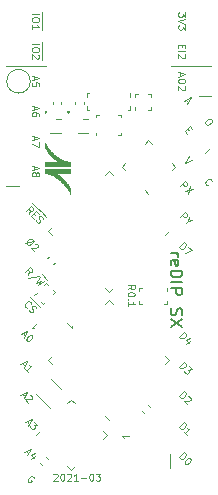
<source format=gbr>
G04 #@! TF.GenerationSoftware,KiCad,Pcbnew,5.1.9-1.fc33*
G04 #@! TF.CreationDate,2021-03-04T22:32:10+01:00*
G04 #@! TF.ProjectId,reDIP-SX,72654449-502d-4535-982e-6b696361645f,0.1*
G04 #@! TF.SameCoordinates,PX5e28010PY8011a50*
G04 #@! TF.FileFunction,Legend,Top*
G04 #@! TF.FilePolarity,Positive*
%FSLAX46Y46*%
G04 Gerber Fmt 4.6, Leading zero omitted, Abs format (unit mm)*
G04 Created by KiCad (PCBNEW 5.1.9-1.fc33) date 2021-03-04 22:32:10*
%MOMM*%
%LPD*%
G01*
G04 APERTURE LIST*
%ADD10C,0.120000*%
%ADD11C,0.200000*%
%ADD12C,0.100000*%
G04 APERTURE END LIST*
D10*
X17289796Y25477158D02*
X17249390Y25477158D01*
X17168578Y25517564D01*
X17128172Y25557970D01*
X17087766Y25638782D01*
X17087766Y25719594D01*
X17107969Y25780204D01*
X17168578Y25881219D01*
X17229187Y25941828D01*
X17330203Y26002437D01*
X17390812Y26022640D01*
X17471624Y26022640D01*
X17552436Y25982234D01*
X17592842Y25941828D01*
X17633248Y25861016D01*
X17633248Y25820610D01*
X10508571Y16658572D02*
X10794285Y16858572D01*
X10508571Y17001429D02*
X11108571Y17001429D01*
X11108571Y16772858D01*
X11080000Y16715715D01*
X11051428Y16687143D01*
X10994285Y16658572D01*
X10908571Y16658572D01*
X10851428Y16687143D01*
X10822857Y16715715D01*
X10794285Y16772858D01*
X10794285Y17001429D01*
X11108571Y16287143D02*
X11108571Y16230000D01*
X11080000Y16172858D01*
X11051428Y16144286D01*
X10994285Y16115715D01*
X10880000Y16087143D01*
X10737142Y16087143D01*
X10622857Y16115715D01*
X10565714Y16144286D01*
X10537142Y16172858D01*
X10508571Y16230000D01*
X10508571Y16287143D01*
X10537142Y16344286D01*
X10565714Y16372858D01*
X10622857Y16401429D01*
X10737142Y16430000D01*
X10880000Y16430000D01*
X10994285Y16401429D01*
X11051428Y16372858D01*
X11080000Y16344286D01*
X11108571Y16287143D01*
X10565714Y15830000D02*
X10537142Y15801429D01*
X10508571Y15830000D01*
X10537142Y15858572D01*
X10565714Y15830000D01*
X10508571Y15830000D01*
X10508571Y15230000D02*
X10508571Y15572858D01*
X10508571Y15401429D02*
X11108571Y15401429D01*
X11022857Y15458572D01*
X10965714Y15515715D01*
X10937142Y15572858D01*
X4228571Y1011429D02*
X4257142Y1040000D01*
X4314285Y1068572D01*
X4457142Y1068572D01*
X4514285Y1040000D01*
X4542857Y1011429D01*
X4571428Y954286D01*
X4571428Y897143D01*
X4542857Y811429D01*
X4200000Y468572D01*
X4571428Y468572D01*
X4942857Y1068572D02*
X5000000Y1068572D01*
X5057142Y1040000D01*
X5085714Y1011429D01*
X5114285Y954286D01*
X5142857Y840000D01*
X5142857Y697143D01*
X5114285Y582858D01*
X5085714Y525715D01*
X5057142Y497143D01*
X5000000Y468572D01*
X4942857Y468572D01*
X4885714Y497143D01*
X4857142Y525715D01*
X4828571Y582858D01*
X4800000Y697143D01*
X4800000Y840000D01*
X4828571Y954286D01*
X4857142Y1011429D01*
X4885714Y1040000D01*
X4942857Y1068572D01*
X5371428Y1011429D02*
X5400000Y1040000D01*
X5457142Y1068572D01*
X5600000Y1068572D01*
X5657142Y1040000D01*
X5685714Y1011429D01*
X5714285Y954286D01*
X5714285Y897143D01*
X5685714Y811429D01*
X5342857Y468572D01*
X5714285Y468572D01*
X6285714Y468572D02*
X5942857Y468572D01*
X6114285Y468572D02*
X6114285Y1068572D01*
X6057142Y982858D01*
X6000000Y925715D01*
X5942857Y897143D01*
X6542857Y697143D02*
X7000000Y697143D01*
X7400000Y1068572D02*
X7457142Y1068572D01*
X7514285Y1040000D01*
X7542857Y1011429D01*
X7571428Y954286D01*
X7600000Y840000D01*
X7600000Y697143D01*
X7571428Y582858D01*
X7542857Y525715D01*
X7514285Y497143D01*
X7457142Y468572D01*
X7400000Y468572D01*
X7342857Y497143D01*
X7314285Y525715D01*
X7285714Y582858D01*
X7257142Y697143D01*
X7257142Y840000D01*
X7285714Y954286D01*
X7314285Y1011429D01*
X7342857Y1040000D01*
X7400000Y1068572D01*
X7800000Y1068572D02*
X8171428Y1068572D01*
X7971428Y840000D01*
X8057142Y840000D01*
X8114285Y811429D01*
X8142857Y782858D01*
X8171428Y725715D01*
X8171428Y582858D01*
X8142857Y525715D01*
X8114285Y497143D01*
X8057142Y468572D01*
X7885714Y468572D01*
X7828571Y497143D01*
X7800000Y525715D01*
X1596243Y7812336D02*
X1798274Y7610305D01*
X1434619Y7731523D02*
X2000304Y8014366D01*
X1717461Y7448681D01*
X2222538Y7711320D02*
X2262944Y7711320D01*
X2323553Y7691117D01*
X2424568Y7590102D01*
X2444771Y7529493D01*
X2444771Y7489087D01*
X2424568Y7428478D01*
X2384162Y7388072D01*
X2303350Y7347665D01*
X1818477Y7347665D01*
X2081116Y7085026D01*
X1966243Y5502336D02*
X2168274Y5300305D01*
X1804619Y5421523D02*
X2370304Y5704366D01*
X2087461Y5138681D01*
X2612741Y5461929D02*
X2875380Y5199290D01*
X2572335Y5179087D01*
X2632944Y5118478D01*
X2653147Y5057868D01*
X2653147Y5017462D01*
X2632944Y4956853D01*
X2531928Y4855838D01*
X2471319Y4835635D01*
X2430913Y4835635D01*
X2370304Y4855838D01*
X2249086Y4977056D01*
X2228883Y5037665D01*
X2228883Y5078072D01*
X1596243Y10412336D02*
X1798274Y10210305D01*
X1434619Y10331523D02*
X2000304Y10614366D01*
X1717461Y10048681D01*
X2081116Y9685026D02*
X1838680Y9927462D01*
X1959898Y9806244D02*
X2384162Y10230508D01*
X2283147Y10210305D01*
X2202335Y10210305D01*
X2141725Y10230508D01*
X14874923Y12651219D02*
X15299187Y13075483D01*
X15400203Y12974468D01*
X15440609Y12893655D01*
X15440609Y12812843D01*
X15420406Y12752234D01*
X15359796Y12651219D01*
X15299187Y12590610D01*
X15198172Y12530000D01*
X15137563Y12509797D01*
X15056751Y12509797D01*
X14975938Y12550204D01*
X14874923Y12651219D01*
X15763857Y12327970D02*
X15481015Y12045127D01*
X15824467Y12590610D02*
X15420406Y12388579D01*
X15683045Y12125939D01*
X14864923Y10121219D02*
X15289187Y10545483D01*
X15390203Y10444468D01*
X15430609Y10363655D01*
X15430609Y10282843D01*
X15410406Y10222234D01*
X15349796Y10121219D01*
X15289187Y10060610D01*
X15188172Y10000000D01*
X15127563Y9979797D01*
X15046751Y9979797D01*
X14965938Y10020204D01*
X14864923Y10121219D01*
X15673045Y10161625D02*
X15935685Y9898985D01*
X15632639Y9878782D01*
X15693248Y9818173D01*
X15713451Y9757564D01*
X15713451Y9717158D01*
X15693248Y9656549D01*
X15592233Y9555533D01*
X15531624Y9535330D01*
X15491218Y9535330D01*
X15430609Y9555533D01*
X15309390Y9676752D01*
X15289187Y9737361D01*
X15289187Y9777767D01*
X14854923Y7631219D02*
X15279187Y8055483D01*
X15380203Y7954468D01*
X15420609Y7873655D01*
X15420609Y7792843D01*
X15400406Y7732234D01*
X15339796Y7631219D01*
X15279187Y7570610D01*
X15178172Y7510000D01*
X15117563Y7489797D01*
X15036751Y7489797D01*
X14955938Y7530204D01*
X14854923Y7631219D01*
X15642842Y7611016D02*
X15683248Y7611016D01*
X15743857Y7590813D01*
X15844873Y7489797D01*
X15865076Y7429188D01*
X15865076Y7388782D01*
X15844873Y7328173D01*
X15804467Y7287767D01*
X15723654Y7247361D01*
X15238781Y7247361D01*
X15501421Y6984721D01*
X14844923Y4991219D02*
X15269187Y5415483D01*
X15370203Y5314468D01*
X15410609Y5233655D01*
X15410609Y5152843D01*
X15390406Y5092234D01*
X15329796Y4991219D01*
X15269187Y4930610D01*
X15168172Y4870000D01*
X15107563Y4849797D01*
X15026751Y4849797D01*
X14945938Y4890204D01*
X14844923Y4991219D01*
X15491421Y4344721D02*
X15248984Y4587158D01*
X15370203Y4465939D02*
X15794467Y4890204D01*
X15693451Y4870000D01*
X15612639Y4870000D01*
X15552030Y4890204D01*
X2419687Y23991871D02*
X2843951Y23567607D01*
X2155431Y23040711D02*
X2216040Y23384163D01*
X1912994Y23283148D02*
X2337258Y23707412D01*
X2498883Y23545787D01*
X2519086Y23485178D01*
X2519086Y23444772D01*
X2498883Y23384163D01*
X2438274Y23323554D01*
X2377664Y23303351D01*
X2337258Y23303351D01*
X2276649Y23323554D01*
X2115025Y23485178D01*
X2843951Y23567607D02*
X3227809Y23183749D01*
X2559492Y23081117D02*
X2700913Y22939696D01*
X2539289Y22656853D02*
X2337258Y22858884D01*
X2761522Y23283148D01*
X2963553Y23081117D01*
X3227809Y23183749D02*
X3631870Y22779688D01*
X2721116Y22515432D02*
X2761522Y22434620D01*
X2862538Y22333604D01*
X2923147Y22313401D01*
X2963553Y22313401D01*
X3024162Y22333604D01*
X3064568Y22374010D01*
X3084771Y22434620D01*
X3084771Y22475026D01*
X3064568Y22535635D01*
X3003959Y22636650D01*
X2983756Y22697259D01*
X2983756Y22737665D01*
X3003959Y22798275D01*
X3044365Y22838681D01*
X3104974Y22858884D01*
X3145380Y22858884D01*
X3205990Y22838681D01*
X3307005Y22737665D01*
X3347411Y22656853D01*
X2601928Y20732742D02*
X1854416Y20631726D01*
X1975634Y20510508D02*
X1955431Y20571117D01*
X1955431Y20651929D01*
X2016040Y20752945D01*
X2157461Y20894366D01*
X2258477Y20954975D01*
X2339289Y20954975D01*
X2399898Y20934772D01*
X2480710Y20853960D01*
X2500913Y20793351D01*
X2500913Y20712539D01*
X2440304Y20611523D01*
X2298883Y20470102D01*
X2197867Y20409493D01*
X2117055Y20409493D01*
X2056446Y20429696D01*
X1975634Y20510508D01*
X2702944Y20550914D02*
X2743350Y20550914D01*
X2803959Y20530711D01*
X2904974Y20429696D01*
X2925177Y20369087D01*
X2925177Y20328681D01*
X2904974Y20268072D01*
X2864568Y20227665D01*
X2783756Y20187259D01*
X2298883Y20187259D01*
X2561522Y19924620D01*
X2084720Y17881422D02*
X2145329Y18224874D01*
X1842284Y18123858D02*
X2266548Y18548123D01*
X2428172Y18386498D01*
X2448375Y18325889D01*
X2448375Y18285483D01*
X2428172Y18224874D01*
X2367563Y18164265D01*
X2306954Y18144062D01*
X2266548Y18144062D01*
X2205938Y18164265D01*
X2044314Y18325889D01*
X3014061Y17841016D02*
X2104923Y17659188D01*
X3217707Y17963850D02*
X3702580Y17478977D01*
X3094873Y17719797D02*
X2771624Y17194518D01*
X3155482Y17416752D01*
X2933248Y17032894D01*
X3458528Y17356143D01*
X2231616Y16029942D02*
X2655880Y15605678D01*
X2007766Y15119188D02*
X1967360Y15119188D01*
X1886548Y15159594D01*
X1846142Y15200000D01*
X1805735Y15280813D01*
X1805735Y15361625D01*
X1825938Y15422234D01*
X1886548Y15523249D01*
X1947157Y15583858D01*
X2048172Y15644468D01*
X2108781Y15664671D01*
X2189593Y15664671D01*
X2270406Y15624265D01*
X2310812Y15583858D01*
X2351218Y15503046D01*
X2351218Y15462640D01*
X2655880Y15605678D02*
X3059941Y15201617D01*
X2149187Y14937361D02*
X2189593Y14856549D01*
X2290609Y14755533D01*
X2351218Y14735330D01*
X2391624Y14735330D01*
X2452233Y14755533D01*
X2492639Y14795939D01*
X2512842Y14856549D01*
X2512842Y14896955D01*
X2492639Y14957564D01*
X2432030Y15058579D01*
X2411827Y15119188D01*
X2411827Y15159594D01*
X2432030Y15220204D01*
X2472436Y15260610D01*
X2533045Y15280813D01*
X2573451Y15280813D01*
X2634061Y15260610D01*
X2735076Y15159594D01*
X2775482Y15078782D01*
X1616243Y12932336D02*
X1818274Y12730305D01*
X1454619Y12851523D02*
X2020304Y13134366D01*
X1737461Y12568681D01*
X2383959Y12770711D02*
X2424365Y12730305D01*
X2444568Y12669696D01*
X2444568Y12629290D01*
X2424365Y12568681D01*
X2363756Y12467665D01*
X2262741Y12366650D01*
X2161725Y12306041D01*
X2101116Y12285838D01*
X2060710Y12285838D01*
X2000101Y12306041D01*
X1959695Y12346447D01*
X1939492Y12407056D01*
X1939492Y12447462D01*
X1959695Y12508072D01*
X2020304Y12609087D01*
X2121319Y12710102D01*
X2222335Y12770711D01*
X2282944Y12790914D01*
X2323350Y12790914D01*
X2383959Y12770711D01*
X1906243Y2982336D02*
X2108274Y2780305D01*
X1744619Y2901523D02*
X2310304Y3184366D01*
X2027461Y2618681D01*
X2633553Y2578275D02*
X2350710Y2295432D01*
X2694162Y2840914D02*
X2290101Y2638884D01*
X2552741Y2376244D01*
X14854923Y2461219D02*
X15279187Y2885483D01*
X15380203Y2784468D01*
X15420609Y2703655D01*
X15420609Y2622843D01*
X15400406Y2562234D01*
X15339796Y2461219D01*
X15279187Y2400610D01*
X15178172Y2340000D01*
X15117563Y2319797D01*
X15036751Y2319797D01*
X14955938Y2360204D01*
X14854923Y2461219D01*
X15784264Y2380407D02*
X15824670Y2340000D01*
X15844873Y2279391D01*
X15844873Y2238985D01*
X15824670Y2178376D01*
X15764061Y2077361D01*
X15663045Y1976346D01*
X15562030Y1915736D01*
X15501421Y1895533D01*
X15461015Y1895533D01*
X15400406Y1915736D01*
X15360000Y1956143D01*
X15339796Y2016752D01*
X15339796Y2057158D01*
X15360000Y2117767D01*
X15420609Y2218782D01*
X15521624Y2319797D01*
X15622639Y2380407D01*
X15683248Y2400610D01*
X15723654Y2400610D01*
X15784264Y2380407D01*
X14844923Y20241219D02*
X15269187Y20665483D01*
X15370203Y20564468D01*
X15410609Y20483655D01*
X15410609Y20402843D01*
X15390406Y20342234D01*
X15329796Y20241219D01*
X15269187Y20180610D01*
X15168172Y20120000D01*
X15107563Y20099797D01*
X15026751Y20099797D01*
X14945938Y20140204D01*
X14844923Y20241219D01*
X15653045Y20281625D02*
X15935888Y19998782D01*
X15329796Y19756346D01*
X14915126Y22761016D02*
X15339390Y23185280D01*
X15501015Y23023655D01*
X15521218Y22963046D01*
X15521218Y22922640D01*
X15501015Y22862031D01*
X15440406Y22801422D01*
X15379796Y22781219D01*
X15339390Y22781219D01*
X15278781Y22801422D01*
X15117157Y22963046D01*
X15622233Y22457970D02*
X15420203Y22255939D01*
X15703045Y22821625D02*
X15622233Y22457970D01*
X15985888Y22538782D01*
X14954923Y25401219D02*
X15379187Y25825483D01*
X15540812Y25663858D01*
X15561015Y25603249D01*
X15561015Y25562843D01*
X15540812Y25502234D01*
X15480203Y25441625D01*
X15419593Y25421422D01*
X15379187Y25421422D01*
X15318578Y25441625D01*
X15156954Y25603249D01*
X15763045Y25441625D02*
X15621624Y24734518D01*
X16045888Y25158782D02*
X15338781Y25017361D01*
X17088071Y28218072D02*
X17512335Y28642336D01*
X17531928Y31092742D02*
X17612741Y31011929D01*
X17632944Y30951320D01*
X17632944Y30870508D01*
X17572335Y30769493D01*
X17430913Y30628072D01*
X17329898Y30567462D01*
X17249086Y30567462D01*
X17188477Y30587665D01*
X17107664Y30668478D01*
X17087461Y30729087D01*
X17087461Y30809899D01*
X17148071Y30910914D01*
X17289492Y31052336D01*
X17390507Y31112945D01*
X17471319Y31112945D01*
X17531928Y31092742D01*
X15398571Y40112858D02*
X15398571Y39741429D01*
X15170000Y39941429D01*
X15170000Y39855715D01*
X15141428Y39798572D01*
X15112857Y39770000D01*
X15055714Y39741429D01*
X14912857Y39741429D01*
X14855714Y39770000D01*
X14827142Y39798572D01*
X14798571Y39855715D01*
X14798571Y40027143D01*
X14827142Y40084286D01*
X14855714Y40112858D01*
X15398571Y39570000D02*
X14798571Y39370000D01*
X15398571Y39170000D01*
X15398571Y39027143D02*
X15398571Y38655715D01*
X15170000Y38855715D01*
X15170000Y38770000D01*
X15141428Y38712858D01*
X15112857Y38684286D01*
X15055714Y38655715D01*
X14912857Y38655715D01*
X14855714Y38684286D01*
X14827142Y38712858D01*
X14798571Y38770000D01*
X14798571Y38941429D01*
X14827142Y38998572D01*
X14855714Y39027143D01*
X17580000Y33020000D02*
X16510000Y33020000D01*
X15559390Y30261219D02*
X15700812Y30119797D01*
X15539187Y29836955D02*
X15337157Y30038985D01*
X15761421Y30463249D01*
X15963451Y30261219D01*
X15448274Y32720305D02*
X15650304Y32518275D01*
X15286649Y32639493D02*
X15852335Y32922336D01*
X15569492Y32356650D01*
X2268237Y34290000D02*
G75*
G03*
X2268237Y34290000I-1000000J0D01*
G01*
X2613248Y701016D02*
X2593045Y761625D01*
X2532436Y822234D01*
X2451624Y862640D01*
X2370812Y862640D01*
X2310203Y842437D01*
X2209187Y781828D01*
X2148578Y721219D01*
X2087969Y620204D01*
X2067766Y559594D01*
X2067766Y478782D01*
X2108172Y397970D01*
X2148578Y357564D01*
X2229390Y317158D01*
X2269796Y317158D01*
X2411218Y458579D01*
X2330406Y539391D01*
X15660913Y27943757D02*
X15378071Y27378072D01*
X15943756Y27660914D01*
X3610000Y35560000D02*
X200000Y35560000D01*
X1270000Y25400000D02*
X200000Y25400000D01*
X17580000Y35560000D02*
X14170000Y35560000D01*
X2570000Y27098572D02*
X2570000Y26812858D01*
X2398571Y27155715D02*
X2998571Y26955715D01*
X2398571Y26755715D01*
X2741428Y26470000D02*
X2770000Y26527143D01*
X2798571Y26555715D01*
X2855714Y26584286D01*
X2884285Y26584286D01*
X2941428Y26555715D01*
X2970000Y26527143D01*
X2998571Y26470000D01*
X2998571Y26355715D01*
X2970000Y26298572D01*
X2941428Y26270000D01*
X2884285Y26241429D01*
X2855714Y26241429D01*
X2798571Y26270000D01*
X2770000Y26298572D01*
X2741428Y26355715D01*
X2741428Y26470000D01*
X2712857Y26527143D01*
X2684285Y26555715D01*
X2627142Y26584286D01*
X2512857Y26584286D01*
X2455714Y26555715D01*
X2427142Y26527143D01*
X2398571Y26470000D01*
X2398571Y26355715D01*
X2427142Y26298572D01*
X2455714Y26270000D01*
X2512857Y26241429D01*
X2627142Y26241429D01*
X2684285Y26270000D01*
X2712857Y26298572D01*
X2741428Y26355715D01*
X2570000Y29638572D02*
X2570000Y29352858D01*
X2398571Y29695715D02*
X2998571Y29495715D01*
X2398571Y29295715D01*
X2998571Y29152858D02*
X2998571Y28752858D01*
X2398571Y29010000D01*
X2570000Y32178572D02*
X2570000Y31892858D01*
X2398571Y32235715D02*
X2998571Y32035715D01*
X2398571Y31835715D01*
X2998571Y31378572D02*
X2998571Y31492858D01*
X2970000Y31550000D01*
X2941428Y31578572D01*
X2855714Y31635715D01*
X2741428Y31664286D01*
X2512857Y31664286D01*
X2455714Y31635715D01*
X2427142Y31607143D01*
X2398571Y31550000D01*
X2398571Y31435715D01*
X2427142Y31378572D01*
X2455714Y31350000D01*
X2512857Y31321429D01*
X2655714Y31321429D01*
X2712857Y31350000D01*
X2741428Y31378572D01*
X2770000Y31435715D01*
X2770000Y31550000D01*
X2741428Y31607143D01*
X2712857Y31635715D01*
X2655714Y31664286D01*
X2570000Y34718572D02*
X2570000Y34432858D01*
X2398571Y34775715D02*
X2998571Y34575715D01*
X2398571Y34375715D01*
X2998571Y33890000D02*
X2998571Y34175715D01*
X2712857Y34204286D01*
X2741428Y34175715D01*
X2770000Y34118572D01*
X2770000Y33975715D01*
X2741428Y33918572D01*
X2712857Y33890000D01*
X2655714Y33861429D01*
X2512857Y33861429D01*
X2455714Y33890000D01*
X2427142Y33918572D01*
X2398571Y33975715D01*
X2398571Y34118572D01*
X2427142Y34175715D01*
X2455714Y34204286D01*
X3258000Y37572858D02*
X3258000Y37287143D01*
X2398571Y37430000D02*
X2998571Y37430000D01*
X3258000Y37287143D02*
X3258000Y36658572D01*
X2998571Y37030000D02*
X2998571Y36915715D01*
X2970000Y36858572D01*
X2912857Y36801429D01*
X2798571Y36772858D01*
X2598571Y36772858D01*
X2484285Y36801429D01*
X2427142Y36858572D01*
X2398571Y36915715D01*
X2398571Y37030000D01*
X2427142Y37087143D01*
X2484285Y37144286D01*
X2598571Y37172858D01*
X2798571Y37172858D01*
X2912857Y37144286D01*
X2970000Y37087143D01*
X2998571Y37030000D01*
X3258000Y36658572D02*
X3258000Y36087143D01*
X2941428Y36544286D02*
X2970000Y36515715D01*
X2998571Y36458572D01*
X2998571Y36315715D01*
X2970000Y36258572D01*
X2941428Y36230000D01*
X2884285Y36201429D01*
X2827142Y36201429D01*
X2741428Y36230000D01*
X2398571Y36572858D01*
X2398571Y36201429D01*
X3258000Y40112858D02*
X3258000Y39827143D01*
X2398571Y39970000D02*
X2998571Y39970000D01*
X3258000Y39827143D02*
X3258000Y39198572D01*
X2998571Y39570000D02*
X2998571Y39455715D01*
X2970000Y39398572D01*
X2912857Y39341429D01*
X2798571Y39312858D01*
X2598571Y39312858D01*
X2484285Y39341429D01*
X2427142Y39398572D01*
X2398571Y39455715D01*
X2398571Y39570000D01*
X2427142Y39627143D01*
X2484285Y39684286D01*
X2598571Y39712858D01*
X2798571Y39712858D01*
X2912857Y39684286D01*
X2970000Y39627143D01*
X2998571Y39570000D01*
X3258000Y39198572D02*
X3258000Y38627143D01*
X2398571Y38741429D02*
X2398571Y39084286D01*
X2398571Y38912858D02*
X2998571Y38912858D01*
X2912857Y38970000D01*
X2855714Y39027143D01*
X2827142Y39084286D01*
X15112857Y37387143D02*
X15112857Y37187143D01*
X14798571Y37101429D02*
X14798571Y37387143D01*
X15398571Y37387143D01*
X15398571Y37101429D01*
X14798571Y36844286D02*
X15398571Y36844286D01*
X15341428Y36587143D02*
X15370000Y36558572D01*
X15398571Y36501429D01*
X15398571Y36358572D01*
X15370000Y36301429D01*
X15341428Y36272858D01*
X15284285Y36244286D01*
X15227142Y36244286D01*
X15141428Y36272858D01*
X14798571Y36615715D01*
X14798571Y36244286D01*
X14970000Y35032858D02*
X14970000Y34747143D01*
X14798571Y35090000D02*
X15398571Y34890000D01*
X14798571Y34690000D01*
X15398571Y34375715D02*
X15398571Y34261429D01*
X15370000Y34204286D01*
X15312857Y34147143D01*
X15198571Y34118572D01*
X14998571Y34118572D01*
X14884285Y34147143D01*
X14827142Y34204286D01*
X14798571Y34261429D01*
X14798571Y34375715D01*
X14827142Y34432858D01*
X14884285Y34490000D01*
X14998571Y34518572D01*
X15198571Y34518572D01*
X15312857Y34490000D01*
X15370000Y34432858D01*
X15398571Y34375715D01*
X15341428Y33890000D02*
X15370000Y33861429D01*
X15398571Y33804286D01*
X15398571Y33661429D01*
X15370000Y33604286D01*
X15341428Y33575715D01*
X15284285Y33547143D01*
X15227142Y33547143D01*
X15141428Y33575715D01*
X14798571Y33918572D01*
X14798571Y33547143D01*
D11*
X14137619Y19731429D02*
X14804285Y19731429D01*
X14613809Y19731429D02*
X14709047Y19683810D01*
X14756666Y19636191D01*
X14804285Y19540953D01*
X14804285Y19445715D01*
X14185238Y18731429D02*
X14137619Y18826667D01*
X14137619Y19017143D01*
X14185238Y19112381D01*
X14280476Y19160000D01*
X14661428Y19160000D01*
X14756666Y19112381D01*
X14804285Y19017143D01*
X14804285Y18826667D01*
X14756666Y18731429D01*
X14661428Y18683810D01*
X14566190Y18683810D01*
X14470952Y19160000D01*
X14137619Y18255239D02*
X15137619Y18255239D01*
X15137619Y18017143D01*
X15090000Y17874286D01*
X14994761Y17779048D01*
X14899523Y17731429D01*
X14709047Y17683810D01*
X14566190Y17683810D01*
X14375714Y17731429D01*
X14280476Y17779048D01*
X14185238Y17874286D01*
X14137619Y18017143D01*
X14137619Y18255239D01*
X14137619Y17255239D02*
X15137619Y17255239D01*
X14137619Y16779048D02*
X15137619Y16779048D01*
X15137619Y16398096D01*
X15090000Y16302858D01*
X15042380Y16255239D01*
X14947142Y16207620D01*
X14804285Y16207620D01*
X14709047Y16255239D01*
X14661428Y16302858D01*
X14613809Y16398096D01*
X14613809Y16779048D01*
X14185238Y15064762D02*
X14137619Y14921905D01*
X14137619Y14683810D01*
X14185238Y14588572D01*
X14232857Y14540953D01*
X14328095Y14493334D01*
X14423333Y14493334D01*
X14518571Y14540953D01*
X14566190Y14588572D01*
X14613809Y14683810D01*
X14661428Y14874286D01*
X14709047Y14969524D01*
X14756666Y15017143D01*
X14851904Y15064762D01*
X14947142Y15064762D01*
X15042380Y15017143D01*
X15090000Y14969524D01*
X15137619Y14874286D01*
X15137619Y14636191D01*
X15090000Y14493334D01*
X15137619Y14160000D02*
X14137619Y13493334D01*
X15137619Y13493334D02*
X14137619Y14160000D01*
D10*
X3341092Y15459843D02*
X3164315Y15636619D01*
X3341092Y15459843D02*
X3517868Y15636619D01*
X4345183Y16463934D02*
X4168407Y16640711D01*
X4168407Y16287158D02*
X4345183Y16463934D01*
X3800711Y17008407D02*
X3623934Y17185183D01*
X3447158Y17008407D02*
X3623934Y17185183D01*
X2619843Y16181092D02*
X2796619Y16357868D01*
X4829689Y8253243D02*
X3981161Y9101771D01*
X2708369Y7828979D02*
X3910450Y6626897D01*
X11745000Y15420000D02*
X11495000Y15420000D01*
X11495000Y15670000D02*
X11495000Y15420000D01*
X13595000Y15420000D02*
X13845000Y15420000D01*
X13845000Y15420000D02*
X13845000Y15670000D01*
X11495000Y16820000D02*
X11495000Y16570000D01*
X11745000Y16820000D02*
X11495000Y16820000D01*
X13845000Y16820000D02*
X13845000Y16570000D01*
X7830000Y29871500D02*
X7830000Y29721500D01*
X9930000Y29721500D02*
X9680000Y29721500D01*
X9930000Y29871500D02*
X9930000Y29721500D01*
X9930000Y31421500D02*
X9680000Y31421500D01*
X9930000Y31271500D02*
X9930000Y31421500D01*
X7830000Y31421500D02*
X8080000Y31421500D01*
X7830000Y31271500D02*
X7830000Y31421500D01*
X10740000Y33290000D02*
X10740000Y32990000D01*
X10740000Y32190000D02*
X10740000Y31890000D01*
X10740000Y31890000D02*
X10540000Y31890000D01*
X7040000Y31890000D02*
X7040000Y32190000D01*
X7240000Y31890000D02*
X7040000Y31890000D01*
X7040000Y32990000D02*
X7040000Y33290000D01*
X7040000Y33290000D02*
X7240000Y33290000D01*
X14135000Y2755000D02*
X14135000Y1555000D01*
X10165000Y4065000D02*
X10015000Y4215000D01*
X10015000Y4215000D02*
X10635000Y4215000D01*
X11160000Y31860000D02*
X11160000Y32110000D01*
X11410000Y33220000D02*
X11160000Y33220000D01*
X12520000Y32970000D02*
X12520000Y33220000D01*
X12520000Y33220000D02*
X12270000Y33220000D01*
X12520000Y31860000D02*
X12270000Y31860000D01*
X12520000Y31860000D02*
X12520000Y32110000D01*
X11160000Y32970000D02*
X11160000Y33220000D01*
X6730000Y31120000D02*
X7180000Y31120000D01*
X6280000Y29920000D02*
X7180000Y29920000D01*
D12*
G36*
X5702045Y25199455D02*
G01*
X5672076Y25268799D01*
X5638079Y25338624D01*
X5600202Y25408754D01*
X5558599Y25479012D01*
X5513419Y25549223D01*
X5464814Y25619210D01*
X5412934Y25688796D01*
X5357930Y25757807D01*
X5299954Y25826065D01*
X5239156Y25893395D01*
X5175687Y25959620D01*
X5109698Y26024565D01*
X5041340Y26088052D01*
X4970763Y26149906D01*
X4898119Y26209951D01*
X4823559Y26268011D01*
X4747234Y26323909D01*
X4669294Y26377469D01*
X4589890Y26428515D01*
X5701481Y26428515D01*
X5701481Y26845745D01*
X3498042Y26845745D01*
X3498042Y26428515D01*
X3506228Y26428515D01*
X3586644Y26424999D01*
X3667388Y26416394D01*
X3748335Y26402908D01*
X3829362Y26384749D01*
X3910343Y26362123D01*
X3991155Y26335240D01*
X4071673Y26304306D01*
X4151772Y26269529D01*
X4231330Y26231116D01*
X4310220Y26189276D01*
X4388319Y26144216D01*
X4465502Y26096143D01*
X4541645Y26045266D01*
X4616625Y25991791D01*
X4690315Y25935927D01*
X4762593Y25877880D01*
X4833333Y25817860D01*
X4902411Y25756072D01*
X4969704Y25692726D01*
X5035086Y25628028D01*
X5098434Y25562186D01*
X5159622Y25495408D01*
X5218528Y25427901D01*
X5275025Y25359873D01*
X5328991Y25291532D01*
X5380300Y25223085D01*
X5428828Y25154740D01*
X5474451Y25086705D01*
X5517045Y25019186D01*
X5556485Y24952393D01*
X5592647Y24886532D01*
X5625407Y24821810D01*
X5654640Y24758437D01*
X5680221Y24696618D01*
X5702027Y24636563D01*
X5702208Y24667734D01*
X5702284Y24748234D01*
X5702282Y24858313D01*
X5702231Y24978223D01*
X5702156Y25088216D01*
X5702085Y25168543D01*
X5702045Y25199455D01*
G37*
G36*
X5702133Y27474960D02*
G01*
X5693931Y27474960D01*
X5613515Y27478468D01*
X5532771Y27487050D01*
X5451824Y27500498D01*
X5370797Y27518607D01*
X5289816Y27541169D01*
X5209004Y27567977D01*
X5128486Y27598826D01*
X5048387Y27633508D01*
X4968830Y27671816D01*
X4889939Y27713545D01*
X4811840Y27758486D01*
X4734657Y27806434D01*
X4658514Y27857182D01*
X4583535Y27910523D01*
X4509844Y27966250D01*
X4437567Y28024157D01*
X4366827Y28084037D01*
X4297748Y28145683D01*
X4230456Y28208888D01*
X4165073Y28273447D01*
X4101726Y28339152D01*
X4040538Y28405796D01*
X3981633Y28473173D01*
X3925135Y28541076D01*
X3871170Y28609298D01*
X3819861Y28677633D01*
X3771333Y28745874D01*
X3725711Y28813815D01*
X3683117Y28881248D01*
X3643678Y28947966D01*
X3607516Y29013764D01*
X3574757Y29078435D01*
X3545525Y29141771D01*
X3519944Y29203566D01*
X3498139Y29263614D01*
X3498269Y29227933D01*
X3498245Y29147476D01*
X3498133Y29040319D01*
X3497997Y28924539D01*
X3497906Y28818212D01*
X3497924Y28739415D01*
X3498118Y28706225D01*
X3528088Y28636862D01*
X3562087Y28566986D01*
X3599963Y28496777D01*
X3641567Y28426414D01*
X3686747Y28356078D01*
X3735352Y28285949D01*
X3787232Y28216206D01*
X3842235Y28147030D01*
X3900211Y28078601D01*
X3961008Y28011098D01*
X4024477Y27944701D01*
X4090465Y27879591D01*
X4158822Y27815948D01*
X4229398Y27753951D01*
X4302041Y27693780D01*
X4376601Y27635615D01*
X4452926Y27579637D01*
X4530866Y27526025D01*
X4610270Y27474960D01*
X3498676Y27474960D01*
X3498676Y27057730D01*
X5702133Y27056618D01*
X5702133Y27474960D01*
G37*
D10*
X3970000Y29920000D02*
X4870000Y29920000D01*
X4420000Y31120000D02*
X4870000Y31120000D01*
X9225876Y16820565D02*
X8890000Y16484689D01*
X8890000Y16484689D02*
X8554124Y16820565D01*
X8554124Y26359435D02*
X8890000Y26695311D01*
X8890000Y26695311D02*
X9225876Y26359435D01*
X4120565Y21925876D02*
X3784689Y21590000D01*
X3784689Y21590000D02*
X4120565Y21254124D01*
X13659435Y21254124D02*
X13995311Y21590000D01*
X11951802Y25101314D02*
X12270000Y24783116D01*
X12270000Y29336884D02*
X11951802Y29018686D01*
X12588198Y29018686D02*
X12270000Y29336884D01*
X14546884Y27060000D02*
X14228686Y26741802D01*
X14228686Y27378198D02*
X14546884Y27060000D01*
X9993116Y27060000D02*
X10311314Y27378198D01*
X10311314Y26741802D02*
X9993116Y27060000D01*
X3550000Y31630000D02*
X3480000Y31750000D01*
X3480000Y31750000D02*
X3620000Y31750000D01*
X3620000Y31750000D02*
X3550000Y31630000D01*
X5470000Y31630000D02*
X5400000Y31750000D01*
X5400000Y31750000D02*
X5540000Y31750000D01*
X5540000Y31750000D02*
X5470000Y31630000D01*
X5792183Y13595076D02*
X5792183Y13382944D01*
X5792183Y13382944D02*
X5353777Y13821350D01*
X2597259Y13380000D02*
X2385127Y13380000D01*
X2385127Y13380000D02*
X2823533Y13818406D01*
X8554124Y5920565D02*
X8890000Y5584689D01*
X8890000Y15795311D02*
X8554124Y15459435D01*
X9225876Y15459435D02*
X8890000Y15795311D01*
X13995311Y10690000D02*
X13659435Y10354124D01*
X13659435Y11025876D02*
X13995311Y10690000D01*
X3784689Y10690000D02*
X4120565Y11025876D01*
X4120565Y10354124D02*
X3784689Y10690000D01*
X3091885Y4695876D02*
X2756009Y4360000D01*
X8723991Y4360000D02*
X8388115Y4695876D01*
X8388115Y4024124D02*
X8723991Y4360000D01*
X5740000Y1376009D02*
X5404124Y1711885D01*
X6075876Y1711885D02*
X5740000Y1376009D01*
X5740000Y7343991D02*
X6075876Y7008115D01*
X5404124Y7008115D02*
X5740000Y7343991D01*
X6790000Y32342164D02*
X6790000Y32557836D01*
X6070000Y32342164D02*
X6070000Y32557836D01*
X4870000Y32342164D02*
X4870000Y32557836D01*
X4150000Y32342164D02*
X4150000Y32557836D01*
X3841693Y19450810D02*
X3689190Y19298307D01*
X4350810Y18941693D02*
X4198307Y18789190D01*
X3767863Y2311254D02*
X3615360Y2463757D01*
X3258746Y1802137D02*
X3106243Y1954640D01*
X12208307Y6860810D02*
X12360810Y6708307D01*
X11699190Y6351693D02*
X11851693Y6199190D01*
M02*

</source>
